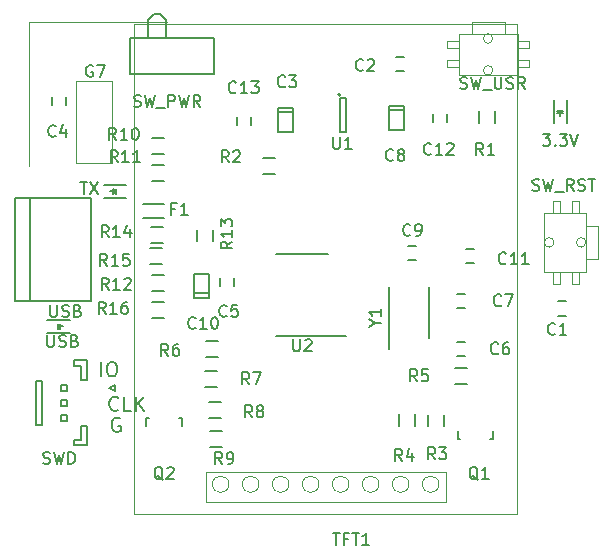
<source format=gbr>
G04 #@! TF.FileFunction,Legend,Top*
%FSLAX46Y46*%
G04 Gerber Fmt 4.6, Leading zero omitted, Abs format (unit mm)*
G04 Created by KiCad (PCBNEW 4.0.4-stable) date 10/24/16 21:05:07*
%MOMM*%
%LPD*%
G01*
G04 APERTURE LIST*
%ADD10C,0.100000*%
%ADD11C,0.200000*%
%ADD12C,0.150000*%
G04 APERTURE END LIST*
D10*
D11*
X89922428Y-108619857D02*
X89922428Y-107419857D01*
X90722429Y-107419857D02*
X90951000Y-107419857D01*
X91065286Y-107477000D01*
X91179572Y-107591286D01*
X91236714Y-107819857D01*
X91236714Y-108219857D01*
X91179572Y-108448429D01*
X91065286Y-108562714D01*
X90951000Y-108619857D01*
X90722429Y-108619857D01*
X90608143Y-108562714D01*
X90493857Y-108448429D01*
X90436714Y-108219857D01*
X90436714Y-107819857D01*
X90493857Y-107591286D01*
X90608143Y-107477000D01*
X90722429Y-107419857D01*
X91360715Y-111426571D02*
X91303572Y-111483714D01*
X91132143Y-111540857D01*
X91017857Y-111540857D01*
X90846429Y-111483714D01*
X90732143Y-111369429D01*
X90675000Y-111255143D01*
X90617857Y-111026571D01*
X90617857Y-110855143D01*
X90675000Y-110626571D01*
X90732143Y-110512286D01*
X90846429Y-110398000D01*
X91017857Y-110340857D01*
X91132143Y-110340857D01*
X91303572Y-110398000D01*
X91360715Y-110455143D01*
X92446429Y-111540857D02*
X91875000Y-111540857D01*
X91875000Y-110340857D01*
X92846429Y-111540857D02*
X92846429Y-110340857D01*
X93532144Y-111540857D02*
X93017858Y-110855143D01*
X93532144Y-110340857D02*
X92846429Y-111026571D01*
X91500286Y-112176000D02*
X91386000Y-112118857D01*
X91214571Y-112118857D01*
X91043143Y-112176000D01*
X90928857Y-112290286D01*
X90871714Y-112404571D01*
X90814571Y-112633143D01*
X90814571Y-112804571D01*
X90871714Y-113033143D01*
X90928857Y-113147429D01*
X91043143Y-113261714D01*
X91214571Y-113318857D01*
X91328857Y-113318857D01*
X91500286Y-113261714D01*
X91557429Y-113204571D01*
X91557429Y-112804571D01*
X91328857Y-112804571D01*
D10*
X98806000Y-116713000D02*
X119126000Y-116713000D01*
X98806000Y-119253000D02*
X98806000Y-116713000D01*
X119126000Y-119253000D02*
X98806000Y-119253000D01*
X119126000Y-116713000D02*
X119126000Y-119253000D01*
X92726000Y-120253000D02*
X125126000Y-120253000D01*
X92726000Y-78753000D02*
X92726000Y-120253000D01*
X100736000Y-117753000D02*
G75*
G03X100736000Y-117753000I-700000J0D01*
G01*
X105816000Y-117753000D02*
G75*
G03X105816000Y-117753000I-700000J0D01*
G01*
X108356000Y-117753000D02*
G75*
G03X108356000Y-117753000I-700000J0D01*
G01*
X110896000Y-117753000D02*
G75*
G03X110896000Y-117753000I-700000J0D01*
G01*
X113436000Y-117753000D02*
G75*
G03X113436000Y-117753000I-700000J0D01*
G01*
X125126000Y-78753000D02*
X92726000Y-78753000D01*
X103276000Y-117753000D02*
G75*
G03X103276000Y-117753000I-700000J0D01*
G01*
X125126000Y-120253000D02*
X125126000Y-78753000D01*
X118516000Y-117753000D02*
G75*
G03X118516000Y-117753000I-700000J0D01*
G01*
X115976000Y-117753000D02*
G75*
G03X115976000Y-117753000I-700000J0D01*
G01*
D12*
X84401000Y-108971000D02*
X84401000Y-112771000D01*
X84401000Y-112771000D02*
X84901000Y-112771000D01*
X84901000Y-112771000D02*
X84901000Y-108971000D01*
X84901000Y-108971000D02*
X84401000Y-108971000D01*
X87601000Y-107271000D02*
X88701000Y-107271000D01*
X88701000Y-107271000D02*
X88701000Y-108921000D01*
X88701000Y-108921000D02*
X88201000Y-108921000D01*
X88201000Y-108921000D02*
X88201000Y-107771000D01*
X88201000Y-107771000D02*
X87601000Y-107771000D01*
X87601000Y-107771000D02*
X87601000Y-107271000D01*
X87601000Y-114471000D02*
X88701000Y-114471000D01*
X88701000Y-114471000D02*
X88701000Y-112821000D01*
X88701000Y-112821000D02*
X88201000Y-112821000D01*
X88201000Y-112821000D02*
X88201000Y-113971000D01*
X88201000Y-113971000D02*
X87601000Y-113971000D01*
X87601000Y-113971000D02*
X87601000Y-114471000D01*
X90551000Y-109621000D02*
X91051000Y-109371000D01*
X91051000Y-109371000D02*
X91051000Y-109871000D01*
X91051000Y-109871000D02*
X90551000Y-109621000D01*
X87051000Y-109371000D02*
X86551000Y-109371000D01*
X86551000Y-109371000D02*
X86551000Y-109871000D01*
X86551000Y-109871000D02*
X87051000Y-109871000D01*
X87051000Y-109871000D02*
X87051000Y-109371000D01*
X87051000Y-110621000D02*
X86551000Y-110621000D01*
X86551000Y-110621000D02*
X86551000Y-111121000D01*
X86551000Y-111121000D02*
X87051000Y-111121000D01*
X87051000Y-111121000D02*
X87051000Y-110621000D01*
X87051000Y-111871000D02*
X86551000Y-111871000D01*
X86551000Y-111871000D02*
X86551000Y-112371000D01*
X86551000Y-112371000D02*
X87051000Y-112371000D01*
X87051000Y-112371000D02*
X87051000Y-111871000D01*
X128555000Y-102270000D02*
X129255000Y-102270000D01*
X129255000Y-103470000D02*
X128555000Y-103470000D01*
X114839000Y-81569000D02*
X115539000Y-81569000D01*
X115539000Y-82769000D02*
X114839000Y-82769000D01*
X104902000Y-86266020D02*
X106172000Y-86266020D01*
X104902000Y-87917020D02*
X106172000Y-87917020D01*
X106172000Y-87917020D02*
X106172000Y-85885020D01*
X106172000Y-85885020D02*
X104902000Y-85885020D01*
X104902000Y-85885020D02*
X104902000Y-87917020D01*
X86960000Y-84933000D02*
X86960000Y-85633000D01*
X85760000Y-85633000D02*
X85760000Y-84933000D01*
X99984000Y-101000000D02*
X99984000Y-100300000D01*
X101184000Y-100300000D02*
X101184000Y-101000000D01*
X120046000Y-105699000D02*
X120746000Y-105699000D01*
X120746000Y-106899000D02*
X120046000Y-106899000D01*
X120046000Y-101635000D02*
X120746000Y-101635000D01*
X120746000Y-102835000D02*
X120046000Y-102835000D01*
X114300000Y-86106000D02*
X115570000Y-86106000D01*
X114300000Y-87757000D02*
X115570000Y-87757000D01*
X115570000Y-87757000D02*
X115570000Y-85725000D01*
X115570000Y-85725000D02*
X114300000Y-85725000D01*
X114300000Y-85725000D02*
X114300000Y-87757000D01*
X115916000Y-97571000D02*
X116616000Y-97571000D01*
X116616000Y-98771000D02*
X115916000Y-98771000D01*
X99060000Y-101600000D02*
X97790000Y-101600000D01*
X99060000Y-99949000D02*
X97790000Y-99949000D01*
X97790000Y-99949000D02*
X97790000Y-101981000D01*
X97790000Y-101981000D02*
X99060000Y-101981000D01*
X99060000Y-101981000D02*
X99060000Y-99949000D01*
X120808000Y-97825000D02*
X121508000Y-97825000D01*
X121508000Y-99025000D02*
X120808000Y-99025000D01*
X119218000Y-86391000D02*
X119218000Y-87091000D01*
X118018000Y-87091000D02*
X118018000Y-86391000D01*
X102581000Y-86645000D02*
X102581000Y-87345000D01*
X101381000Y-87345000D02*
X101381000Y-86645000D01*
X128228000Y-85260000D02*
X128228000Y-87160000D01*
X129328000Y-85260000D02*
X129328000Y-87160000D01*
X128778000Y-86160000D02*
X128778000Y-86610000D01*
X129028000Y-86110000D02*
X128528000Y-86110000D01*
X128778000Y-86110000D02*
X129028000Y-86360000D01*
X129028000Y-86360000D02*
X128528000Y-86360000D01*
X128528000Y-86360000D02*
X128778000Y-86110000D01*
X92044700Y-92414000D02*
X90144700Y-92414000D01*
X92044700Y-93514000D02*
X90144700Y-93514000D01*
X91144700Y-92964000D02*
X90694700Y-92964000D01*
X91194700Y-93214000D02*
X91194700Y-92714000D01*
X91194700Y-92964000D02*
X90944700Y-93214000D01*
X90944700Y-93214000D02*
X90944700Y-92714000D01*
X90944700Y-92714000D02*
X91194700Y-92964000D01*
X85374300Y-104944000D02*
X87274300Y-104944000D01*
X85374300Y-103844000D02*
X87274300Y-103844000D01*
X86274300Y-104394000D02*
X86724300Y-104394000D01*
X86224300Y-104144000D02*
X86224300Y-104644000D01*
X86224300Y-104394000D02*
X86474300Y-104144000D01*
X86474300Y-104144000D02*
X86474300Y-104644000D01*
X86474300Y-104644000D02*
X86224300Y-104394000D01*
X95246000Y-94015000D02*
X93446000Y-94015000D01*
X95246000Y-95215000D02*
X93446000Y-95215000D01*
X82664000Y-93496000D02*
X82664000Y-102196000D01*
X89069000Y-93496000D02*
X89069000Y-102196000D01*
X89069000Y-102196000D02*
X82664000Y-102196000D01*
X83894000Y-102196000D02*
X83894000Y-93496000D01*
X82664000Y-93496000D02*
X89069000Y-93496000D01*
X123099820Y-113210340D02*
X123099820Y-113911380D01*
X123099820Y-113911380D02*
X122850900Y-113911380D01*
X120300840Y-113911380D02*
X120100180Y-113911380D01*
X120100180Y-113911380D02*
X120100180Y-113210340D01*
X93750180Y-112849660D02*
X93750180Y-112148620D01*
X93750180Y-112148620D02*
X93999100Y-112148620D01*
X96549160Y-112148620D02*
X96749820Y-112148620D01*
X96749820Y-112148620D02*
X96749820Y-112849660D01*
X123230000Y-86157000D02*
X123230000Y-87157000D01*
X121880000Y-87157000D02*
X121880000Y-86157000D01*
X104640000Y-91480000D02*
X103640000Y-91480000D01*
X103640000Y-90130000D02*
X104640000Y-90130000D01*
X117562000Y-112852000D02*
X117562000Y-111852000D01*
X118912000Y-111852000D02*
X118912000Y-112852000D01*
X115149000Y-112811000D02*
X115149000Y-111811000D01*
X116499000Y-111811000D02*
X116499000Y-112811000D01*
X120896000Y-109260000D02*
X119896000Y-109260000D01*
X119896000Y-107910000D02*
X120896000Y-107910000D01*
X99814000Y-106974000D02*
X98814000Y-106974000D01*
X98814000Y-105624000D02*
X99814000Y-105624000D01*
X99687000Y-109514000D02*
X98687000Y-109514000D01*
X98687000Y-108164000D02*
X99687000Y-108164000D01*
X99068000Y-110831000D02*
X100068000Y-110831000D01*
X100068000Y-112181000D02*
X99068000Y-112181000D01*
X100111000Y-114594000D02*
X99111000Y-114594000D01*
X99111000Y-113244000D02*
X100111000Y-113244000D01*
X95242000Y-89829000D02*
X94242000Y-89829000D01*
X94242000Y-88479000D02*
X95242000Y-88479000D01*
X95242000Y-92115000D02*
X94242000Y-92115000D01*
X94242000Y-90765000D02*
X95242000Y-90765000D01*
X95242000Y-101386000D02*
X94242000Y-101386000D01*
X94242000Y-100036000D02*
X95242000Y-100036000D01*
X99354000Y-96190000D02*
X99354000Y-97190000D01*
X98004000Y-97190000D02*
X98004000Y-96190000D01*
X95158000Y-97322000D02*
X94158000Y-97322000D01*
X94158000Y-95972000D02*
X95158000Y-95972000D01*
X95072000Y-99100000D02*
X94072000Y-99100000D01*
X94072000Y-97750000D02*
X95072000Y-97750000D01*
X94199000Y-102322000D02*
X95199000Y-102322000D01*
X95199000Y-103672000D02*
X94199000Y-103672000D01*
X95377000Y-80010000D02*
X95377000Y-78486000D01*
X95377000Y-78486000D02*
X94869000Y-77978000D01*
X94869000Y-77978000D02*
X94361000Y-77978000D01*
X94361000Y-77978000D02*
X93853000Y-78486000D01*
X93853000Y-78486000D02*
X93853000Y-80010000D01*
X99441000Y-83058000D02*
X92329000Y-83058000D01*
X92329000Y-83058000D02*
X92329000Y-80010000D01*
X92329000Y-80010000D02*
X99441000Y-80010000D01*
X99441000Y-80010000D02*
X99441000Y-83058000D01*
D10*
X131953000Y-98679000D02*
X131953000Y-95879000D01*
X128253000Y-97279000D02*
G75*
G03X128253000Y-97279000I-400000J0D01*
G01*
X127453000Y-94779000D02*
X127453000Y-99779000D01*
X130953000Y-95879000D02*
X130953000Y-98679000D01*
X130953000Y-97279000D02*
G75*
G03X130953000Y-97279000I-400000J0D01*
G01*
X130353000Y-94779000D02*
X130353000Y-93779000D01*
X128753000Y-93779000D02*
X128153000Y-93779000D01*
X130353000Y-100779000D02*
X129753000Y-100779000D01*
X128153000Y-100779000D02*
X128153000Y-99779000D01*
X129753000Y-100779000D02*
X129753000Y-99779000D01*
X128153000Y-99779000D02*
X128753000Y-99779000D01*
X128753000Y-99779000D02*
X128753000Y-100779000D01*
X129753000Y-94779000D02*
X130353000Y-94779000D01*
X130953000Y-99779000D02*
X130953000Y-94779000D01*
X127453000Y-99779000D02*
X130953000Y-99779000D01*
X129753000Y-99779000D02*
X130353000Y-99779000D01*
X131953000Y-95879000D02*
X130953000Y-95879000D01*
X129753000Y-93779000D02*
X129753000Y-94779000D01*
X128153000Y-94779000D02*
X128753000Y-94779000D01*
X130353000Y-99779000D02*
X130353000Y-100779000D01*
X128753000Y-100779000D02*
X128153000Y-100779000D01*
X130953000Y-94779000D02*
X127453000Y-94779000D01*
X130353000Y-93779000D02*
X129753000Y-93779000D01*
X128153000Y-93779000D02*
X128153000Y-94779000D01*
X130953000Y-98679000D02*
X131953000Y-98679000D01*
X128753000Y-94779000D02*
X128753000Y-93779000D01*
X124079000Y-78613000D02*
X121279000Y-78613000D01*
X123079000Y-82713000D02*
G75*
G03X123079000Y-82713000I-400000J0D01*
G01*
X120179000Y-83113000D02*
X125179000Y-83113000D01*
X121279000Y-79613000D02*
X124079000Y-79613000D01*
X123079000Y-80013000D02*
G75*
G03X123079000Y-80013000I-400000J0D01*
G01*
X120179000Y-80213000D02*
X119179000Y-80213000D01*
X119179000Y-81813000D02*
X119179000Y-82413000D01*
X126179000Y-80213000D02*
X126179000Y-80813000D01*
X126179000Y-82413000D02*
X125179000Y-82413000D01*
X126179000Y-80813000D02*
X125179000Y-80813000D01*
X125179000Y-82413000D02*
X125179000Y-81813000D01*
X125179000Y-81813000D02*
X126179000Y-81813000D01*
X120179000Y-80813000D02*
X120179000Y-80213000D01*
X125179000Y-79613000D02*
X120179000Y-79613000D01*
X125179000Y-83113000D02*
X125179000Y-79613000D01*
X125179000Y-80813000D02*
X125179000Y-80213000D01*
X121279000Y-78613000D02*
X121279000Y-79613000D01*
X119179000Y-80813000D02*
X120179000Y-80813000D01*
X120179000Y-82413000D02*
X120179000Y-81813000D01*
X125179000Y-80213000D02*
X126179000Y-80213000D01*
X126179000Y-81813000D02*
X126179000Y-82413000D01*
X120179000Y-79613000D02*
X120179000Y-83113000D01*
X119179000Y-80213000D02*
X119179000Y-80813000D01*
X119179000Y-82413000D02*
X120179000Y-82413000D01*
X124079000Y-79613000D02*
X124079000Y-78613000D01*
X120179000Y-81813000D02*
X119179000Y-81813000D01*
D12*
X110163000Y-84787000D02*
G75*
G03X110163000Y-84787000I-100000J0D01*
G01*
X110613000Y-85037000D02*
X110113000Y-85037000D01*
X110613000Y-87937000D02*
X110613000Y-85037000D01*
X110113000Y-87937000D02*
X110613000Y-87937000D01*
X110113000Y-85037000D02*
X110113000Y-87937000D01*
X109159000Y-98277000D02*
X104709000Y-98277000D01*
X110684000Y-105177000D02*
X104709000Y-105177000D01*
X117651000Y-101032000D02*
X117651000Y-105332000D01*
X114251000Y-106282000D02*
X114251000Y-101032000D01*
D10*
X90820000Y-90596000D02*
X87820000Y-90596000D01*
X87820000Y-83596000D02*
X90820000Y-83596000D01*
X90820000Y-83596000D02*
X90820000Y-90596000D01*
X87820000Y-90596000D02*
X87820000Y-83596000D01*
X83820000Y-90805000D02*
X83820000Y-78596000D01*
X95453200Y-78587600D02*
X83820000Y-78596000D01*
D12*
X109553571Y-121880381D02*
X110125000Y-121880381D01*
X109839285Y-122880381D02*
X109839285Y-121880381D01*
X110791667Y-122356571D02*
X110458333Y-122356571D01*
X110458333Y-122880381D02*
X110458333Y-121880381D01*
X110934524Y-121880381D01*
X111172619Y-121880381D02*
X111744048Y-121880381D01*
X111458333Y-122880381D02*
X111458333Y-121880381D01*
X112601191Y-122880381D02*
X112029762Y-122880381D01*
X112315476Y-122880381D02*
X112315476Y-121880381D01*
X112220238Y-122023238D01*
X112125000Y-122118476D01*
X112029762Y-122166095D01*
X85002857Y-115974762D02*
X85145714Y-116022381D01*
X85383810Y-116022381D01*
X85479048Y-115974762D01*
X85526667Y-115927143D01*
X85574286Y-115831905D01*
X85574286Y-115736667D01*
X85526667Y-115641429D01*
X85479048Y-115593810D01*
X85383810Y-115546190D01*
X85193333Y-115498571D01*
X85098095Y-115450952D01*
X85050476Y-115403333D01*
X85002857Y-115308095D01*
X85002857Y-115212857D01*
X85050476Y-115117619D01*
X85098095Y-115070000D01*
X85193333Y-115022381D01*
X85431429Y-115022381D01*
X85574286Y-115070000D01*
X85907619Y-115022381D02*
X86145714Y-116022381D01*
X86336191Y-115308095D01*
X86526667Y-116022381D01*
X86764762Y-115022381D01*
X87145714Y-116022381D02*
X87145714Y-115022381D01*
X87383809Y-115022381D01*
X87526667Y-115070000D01*
X87621905Y-115165238D01*
X87669524Y-115260476D01*
X87717143Y-115450952D01*
X87717143Y-115593810D01*
X87669524Y-115784286D01*
X87621905Y-115879524D01*
X87526667Y-115974762D01*
X87383809Y-116022381D01*
X87145714Y-116022381D01*
X128357334Y-105005143D02*
X128309715Y-105052762D01*
X128166858Y-105100381D01*
X128071620Y-105100381D01*
X127928762Y-105052762D01*
X127833524Y-104957524D01*
X127785905Y-104862286D01*
X127738286Y-104671810D01*
X127738286Y-104528952D01*
X127785905Y-104338476D01*
X127833524Y-104243238D01*
X127928762Y-104148000D01*
X128071620Y-104100381D01*
X128166858Y-104100381D01*
X128309715Y-104148000D01*
X128357334Y-104195619D01*
X129309715Y-105100381D02*
X128738286Y-105100381D01*
X129024000Y-105100381D02*
X129024000Y-104100381D01*
X128928762Y-104243238D01*
X128833524Y-104338476D01*
X128738286Y-104386095D01*
X112101334Y-82653143D02*
X112053715Y-82700762D01*
X111910858Y-82748381D01*
X111815620Y-82748381D01*
X111672762Y-82700762D01*
X111577524Y-82605524D01*
X111529905Y-82510286D01*
X111482286Y-82319810D01*
X111482286Y-82176952D01*
X111529905Y-81986476D01*
X111577524Y-81891238D01*
X111672762Y-81796000D01*
X111815620Y-81748381D01*
X111910858Y-81748381D01*
X112053715Y-81796000D01*
X112101334Y-81843619D01*
X112482286Y-81843619D02*
X112529905Y-81796000D01*
X112625143Y-81748381D01*
X112863239Y-81748381D01*
X112958477Y-81796000D01*
X113006096Y-81843619D01*
X113053715Y-81938857D01*
X113053715Y-82034095D01*
X113006096Y-82176952D01*
X112434667Y-82748381D01*
X113053715Y-82748381D01*
X105497334Y-84050143D02*
X105449715Y-84097762D01*
X105306858Y-84145381D01*
X105211620Y-84145381D01*
X105068762Y-84097762D01*
X104973524Y-84002524D01*
X104925905Y-83907286D01*
X104878286Y-83716810D01*
X104878286Y-83573952D01*
X104925905Y-83383476D01*
X104973524Y-83288238D01*
X105068762Y-83193000D01*
X105211620Y-83145381D01*
X105306858Y-83145381D01*
X105449715Y-83193000D01*
X105497334Y-83240619D01*
X105830667Y-83145381D02*
X106449715Y-83145381D01*
X106116381Y-83526333D01*
X106259239Y-83526333D01*
X106354477Y-83573952D01*
X106402096Y-83621571D01*
X106449715Y-83716810D01*
X106449715Y-83954905D01*
X106402096Y-84050143D01*
X106354477Y-84097762D01*
X106259239Y-84145381D01*
X105973524Y-84145381D01*
X105878286Y-84097762D01*
X105830667Y-84050143D01*
X86066334Y-88241143D02*
X86018715Y-88288762D01*
X85875858Y-88336381D01*
X85780620Y-88336381D01*
X85637762Y-88288762D01*
X85542524Y-88193524D01*
X85494905Y-88098286D01*
X85447286Y-87907810D01*
X85447286Y-87764952D01*
X85494905Y-87574476D01*
X85542524Y-87479238D01*
X85637762Y-87384000D01*
X85780620Y-87336381D01*
X85875858Y-87336381D01*
X86018715Y-87384000D01*
X86066334Y-87431619D01*
X86923477Y-87669714D02*
X86923477Y-88336381D01*
X86685381Y-87288762D02*
X86447286Y-88003048D01*
X87066334Y-88003048D01*
X100544334Y-103481143D02*
X100496715Y-103528762D01*
X100353858Y-103576381D01*
X100258620Y-103576381D01*
X100115762Y-103528762D01*
X100020524Y-103433524D01*
X99972905Y-103338286D01*
X99925286Y-103147810D01*
X99925286Y-103004952D01*
X99972905Y-102814476D01*
X100020524Y-102719238D01*
X100115762Y-102624000D01*
X100258620Y-102576381D01*
X100353858Y-102576381D01*
X100496715Y-102624000D01*
X100544334Y-102671619D01*
X101449096Y-102576381D02*
X100972905Y-102576381D01*
X100925286Y-103052571D01*
X100972905Y-103004952D01*
X101068143Y-102957333D01*
X101306239Y-102957333D01*
X101401477Y-103004952D01*
X101449096Y-103052571D01*
X101496715Y-103147810D01*
X101496715Y-103385905D01*
X101449096Y-103481143D01*
X101401477Y-103528762D01*
X101306239Y-103576381D01*
X101068143Y-103576381D01*
X100972905Y-103528762D01*
X100925286Y-103481143D01*
X123531334Y-106656143D02*
X123483715Y-106703762D01*
X123340858Y-106751381D01*
X123245620Y-106751381D01*
X123102762Y-106703762D01*
X123007524Y-106608524D01*
X122959905Y-106513286D01*
X122912286Y-106322810D01*
X122912286Y-106179952D01*
X122959905Y-105989476D01*
X123007524Y-105894238D01*
X123102762Y-105799000D01*
X123245620Y-105751381D01*
X123340858Y-105751381D01*
X123483715Y-105799000D01*
X123531334Y-105846619D01*
X124388477Y-105751381D02*
X124198000Y-105751381D01*
X124102762Y-105799000D01*
X124055143Y-105846619D01*
X123959905Y-105989476D01*
X123912286Y-106179952D01*
X123912286Y-106560905D01*
X123959905Y-106656143D01*
X124007524Y-106703762D01*
X124102762Y-106751381D01*
X124293239Y-106751381D01*
X124388477Y-106703762D01*
X124436096Y-106656143D01*
X124483715Y-106560905D01*
X124483715Y-106322810D01*
X124436096Y-106227571D01*
X124388477Y-106179952D01*
X124293239Y-106132333D01*
X124102762Y-106132333D01*
X124007524Y-106179952D01*
X123959905Y-106227571D01*
X123912286Y-106322810D01*
X123785334Y-102592143D02*
X123737715Y-102639762D01*
X123594858Y-102687381D01*
X123499620Y-102687381D01*
X123356762Y-102639762D01*
X123261524Y-102544524D01*
X123213905Y-102449286D01*
X123166286Y-102258810D01*
X123166286Y-102115952D01*
X123213905Y-101925476D01*
X123261524Y-101830238D01*
X123356762Y-101735000D01*
X123499620Y-101687381D01*
X123594858Y-101687381D01*
X123737715Y-101735000D01*
X123785334Y-101782619D01*
X124118667Y-101687381D02*
X124785334Y-101687381D01*
X124356762Y-102687381D01*
X114641334Y-90273143D02*
X114593715Y-90320762D01*
X114450858Y-90368381D01*
X114355620Y-90368381D01*
X114212762Y-90320762D01*
X114117524Y-90225524D01*
X114069905Y-90130286D01*
X114022286Y-89939810D01*
X114022286Y-89796952D01*
X114069905Y-89606476D01*
X114117524Y-89511238D01*
X114212762Y-89416000D01*
X114355620Y-89368381D01*
X114450858Y-89368381D01*
X114593715Y-89416000D01*
X114641334Y-89463619D01*
X115212762Y-89796952D02*
X115117524Y-89749333D01*
X115069905Y-89701714D01*
X115022286Y-89606476D01*
X115022286Y-89558857D01*
X115069905Y-89463619D01*
X115117524Y-89416000D01*
X115212762Y-89368381D01*
X115403239Y-89368381D01*
X115498477Y-89416000D01*
X115546096Y-89463619D01*
X115593715Y-89558857D01*
X115593715Y-89606476D01*
X115546096Y-89701714D01*
X115498477Y-89749333D01*
X115403239Y-89796952D01*
X115212762Y-89796952D01*
X115117524Y-89844571D01*
X115069905Y-89892190D01*
X115022286Y-89987429D01*
X115022286Y-90177905D01*
X115069905Y-90273143D01*
X115117524Y-90320762D01*
X115212762Y-90368381D01*
X115403239Y-90368381D01*
X115498477Y-90320762D01*
X115546096Y-90273143D01*
X115593715Y-90177905D01*
X115593715Y-89987429D01*
X115546096Y-89892190D01*
X115498477Y-89844571D01*
X115403239Y-89796952D01*
X116099334Y-96628143D02*
X116051715Y-96675762D01*
X115908858Y-96723381D01*
X115813620Y-96723381D01*
X115670762Y-96675762D01*
X115575524Y-96580524D01*
X115527905Y-96485286D01*
X115480286Y-96294810D01*
X115480286Y-96151952D01*
X115527905Y-95961476D01*
X115575524Y-95866238D01*
X115670762Y-95771000D01*
X115813620Y-95723381D01*
X115908858Y-95723381D01*
X116051715Y-95771000D01*
X116099334Y-95818619D01*
X116575524Y-96723381D02*
X116766000Y-96723381D01*
X116861239Y-96675762D01*
X116908858Y-96628143D01*
X117004096Y-96485286D01*
X117051715Y-96294810D01*
X117051715Y-95913857D01*
X117004096Y-95818619D01*
X116956477Y-95771000D01*
X116861239Y-95723381D01*
X116670762Y-95723381D01*
X116575524Y-95771000D01*
X116527905Y-95818619D01*
X116480286Y-95913857D01*
X116480286Y-96151952D01*
X116527905Y-96247190D01*
X116575524Y-96294810D01*
X116670762Y-96342429D01*
X116861239Y-96342429D01*
X116956477Y-96294810D01*
X117004096Y-96247190D01*
X117051715Y-96151952D01*
X97909143Y-104497143D02*
X97861524Y-104544762D01*
X97718667Y-104592381D01*
X97623429Y-104592381D01*
X97480571Y-104544762D01*
X97385333Y-104449524D01*
X97337714Y-104354286D01*
X97290095Y-104163810D01*
X97290095Y-104020952D01*
X97337714Y-103830476D01*
X97385333Y-103735238D01*
X97480571Y-103640000D01*
X97623429Y-103592381D01*
X97718667Y-103592381D01*
X97861524Y-103640000D01*
X97909143Y-103687619D01*
X98861524Y-104592381D02*
X98290095Y-104592381D01*
X98575809Y-104592381D02*
X98575809Y-103592381D01*
X98480571Y-103735238D01*
X98385333Y-103830476D01*
X98290095Y-103878095D01*
X99480571Y-103592381D02*
X99575810Y-103592381D01*
X99671048Y-103640000D01*
X99718667Y-103687619D01*
X99766286Y-103782857D01*
X99813905Y-103973333D01*
X99813905Y-104211429D01*
X99766286Y-104401905D01*
X99718667Y-104497143D01*
X99671048Y-104544762D01*
X99575810Y-104592381D01*
X99480571Y-104592381D01*
X99385333Y-104544762D01*
X99337714Y-104497143D01*
X99290095Y-104401905D01*
X99242476Y-104211429D01*
X99242476Y-103973333D01*
X99290095Y-103782857D01*
X99337714Y-103687619D01*
X99385333Y-103640000D01*
X99480571Y-103592381D01*
X124198143Y-99036143D02*
X124150524Y-99083762D01*
X124007667Y-99131381D01*
X123912429Y-99131381D01*
X123769571Y-99083762D01*
X123674333Y-98988524D01*
X123626714Y-98893286D01*
X123579095Y-98702810D01*
X123579095Y-98559952D01*
X123626714Y-98369476D01*
X123674333Y-98274238D01*
X123769571Y-98179000D01*
X123912429Y-98131381D01*
X124007667Y-98131381D01*
X124150524Y-98179000D01*
X124198143Y-98226619D01*
X125150524Y-99131381D02*
X124579095Y-99131381D01*
X124864809Y-99131381D02*
X124864809Y-98131381D01*
X124769571Y-98274238D01*
X124674333Y-98369476D01*
X124579095Y-98417095D01*
X126102905Y-99131381D02*
X125531476Y-99131381D01*
X125817190Y-99131381D02*
X125817190Y-98131381D01*
X125721952Y-98274238D01*
X125626714Y-98369476D01*
X125531476Y-98417095D01*
X117848143Y-89765143D02*
X117800524Y-89812762D01*
X117657667Y-89860381D01*
X117562429Y-89860381D01*
X117419571Y-89812762D01*
X117324333Y-89717524D01*
X117276714Y-89622286D01*
X117229095Y-89431810D01*
X117229095Y-89288952D01*
X117276714Y-89098476D01*
X117324333Y-89003238D01*
X117419571Y-88908000D01*
X117562429Y-88860381D01*
X117657667Y-88860381D01*
X117800524Y-88908000D01*
X117848143Y-88955619D01*
X118800524Y-89860381D02*
X118229095Y-89860381D01*
X118514809Y-89860381D02*
X118514809Y-88860381D01*
X118419571Y-89003238D01*
X118324333Y-89098476D01*
X118229095Y-89146095D01*
X119181476Y-88955619D02*
X119229095Y-88908000D01*
X119324333Y-88860381D01*
X119562429Y-88860381D01*
X119657667Y-88908000D01*
X119705286Y-88955619D01*
X119752905Y-89050857D01*
X119752905Y-89146095D01*
X119705286Y-89288952D01*
X119133857Y-89860381D01*
X119752905Y-89860381D01*
X101338143Y-84558143D02*
X101290524Y-84605762D01*
X101147667Y-84653381D01*
X101052429Y-84653381D01*
X100909571Y-84605762D01*
X100814333Y-84510524D01*
X100766714Y-84415286D01*
X100719095Y-84224810D01*
X100719095Y-84081952D01*
X100766714Y-83891476D01*
X100814333Y-83796238D01*
X100909571Y-83701000D01*
X101052429Y-83653381D01*
X101147667Y-83653381D01*
X101290524Y-83701000D01*
X101338143Y-83748619D01*
X102290524Y-84653381D02*
X101719095Y-84653381D01*
X102004809Y-84653381D02*
X102004809Y-83653381D01*
X101909571Y-83796238D01*
X101814333Y-83891476D01*
X101719095Y-83939095D01*
X102623857Y-83653381D02*
X103242905Y-83653381D01*
X102909571Y-84034333D01*
X103052429Y-84034333D01*
X103147667Y-84081952D01*
X103195286Y-84129571D01*
X103242905Y-84224810D01*
X103242905Y-84462905D01*
X103195286Y-84558143D01*
X103147667Y-84605762D01*
X103052429Y-84653381D01*
X102766714Y-84653381D01*
X102671476Y-84605762D01*
X102623857Y-84558143D01*
X127301810Y-88098381D02*
X127920858Y-88098381D01*
X127587524Y-88479333D01*
X127730382Y-88479333D01*
X127825620Y-88526952D01*
X127873239Y-88574571D01*
X127920858Y-88669810D01*
X127920858Y-88907905D01*
X127873239Y-89003143D01*
X127825620Y-89050762D01*
X127730382Y-89098381D01*
X127444667Y-89098381D01*
X127349429Y-89050762D01*
X127301810Y-89003143D01*
X128349429Y-89003143D02*
X128397048Y-89050762D01*
X128349429Y-89098381D01*
X128301810Y-89050762D01*
X128349429Y-89003143D01*
X128349429Y-89098381D01*
X128730381Y-88098381D02*
X129349429Y-88098381D01*
X129016095Y-88479333D01*
X129158953Y-88479333D01*
X129254191Y-88526952D01*
X129301810Y-88574571D01*
X129349429Y-88669810D01*
X129349429Y-88907905D01*
X129301810Y-89003143D01*
X129254191Y-89050762D01*
X129158953Y-89098381D01*
X128873238Y-89098381D01*
X128778000Y-89050762D01*
X128730381Y-89003143D01*
X129635143Y-88098381D02*
X129968476Y-89098381D01*
X130301810Y-88098381D01*
X88138095Y-92162381D02*
X88709524Y-92162381D01*
X88423809Y-93162381D02*
X88423809Y-92162381D01*
X88947619Y-92162381D02*
X89614286Y-93162381D01*
X89614286Y-92162381D02*
X88947619Y-93162381D01*
X85352095Y-105116381D02*
X85352095Y-105925905D01*
X85399714Y-106021143D01*
X85447333Y-106068762D01*
X85542571Y-106116381D01*
X85733048Y-106116381D01*
X85828286Y-106068762D01*
X85875905Y-106021143D01*
X85923524Y-105925905D01*
X85923524Y-105116381D01*
X86352095Y-106068762D02*
X86494952Y-106116381D01*
X86733048Y-106116381D01*
X86828286Y-106068762D01*
X86875905Y-106021143D01*
X86923524Y-105925905D01*
X86923524Y-105830667D01*
X86875905Y-105735429D01*
X86828286Y-105687810D01*
X86733048Y-105640190D01*
X86542571Y-105592571D01*
X86447333Y-105544952D01*
X86399714Y-105497333D01*
X86352095Y-105402095D01*
X86352095Y-105306857D01*
X86399714Y-105211619D01*
X86447333Y-105164000D01*
X86542571Y-105116381D01*
X86780667Y-105116381D01*
X86923524Y-105164000D01*
X87685429Y-105592571D02*
X87828286Y-105640190D01*
X87875905Y-105687810D01*
X87923524Y-105783048D01*
X87923524Y-105925905D01*
X87875905Y-106021143D01*
X87828286Y-106068762D01*
X87733048Y-106116381D01*
X87352095Y-106116381D01*
X87352095Y-105116381D01*
X87685429Y-105116381D01*
X87780667Y-105164000D01*
X87828286Y-105211619D01*
X87875905Y-105306857D01*
X87875905Y-105402095D01*
X87828286Y-105497333D01*
X87780667Y-105544952D01*
X87685429Y-105592571D01*
X87352095Y-105592571D01*
X96186667Y-94416571D02*
X95853333Y-94416571D01*
X95853333Y-94940381D02*
X95853333Y-93940381D01*
X96329524Y-93940381D01*
X97234286Y-94940381D02*
X96662857Y-94940381D01*
X96948571Y-94940381D02*
X96948571Y-93940381D01*
X96853333Y-94083238D01*
X96758095Y-94178476D01*
X96662857Y-94226095D01*
X85606095Y-102576381D02*
X85606095Y-103385905D01*
X85653714Y-103481143D01*
X85701333Y-103528762D01*
X85796571Y-103576381D01*
X85987048Y-103576381D01*
X86082286Y-103528762D01*
X86129905Y-103481143D01*
X86177524Y-103385905D01*
X86177524Y-102576381D01*
X86606095Y-103528762D02*
X86748952Y-103576381D01*
X86987048Y-103576381D01*
X87082286Y-103528762D01*
X87129905Y-103481143D01*
X87177524Y-103385905D01*
X87177524Y-103290667D01*
X87129905Y-103195429D01*
X87082286Y-103147810D01*
X86987048Y-103100190D01*
X86796571Y-103052571D01*
X86701333Y-103004952D01*
X86653714Y-102957333D01*
X86606095Y-102862095D01*
X86606095Y-102766857D01*
X86653714Y-102671619D01*
X86701333Y-102624000D01*
X86796571Y-102576381D01*
X87034667Y-102576381D01*
X87177524Y-102624000D01*
X87939429Y-103052571D02*
X88082286Y-103100190D01*
X88129905Y-103147810D01*
X88177524Y-103243048D01*
X88177524Y-103385905D01*
X88129905Y-103481143D01*
X88082286Y-103528762D01*
X87987048Y-103576381D01*
X87606095Y-103576381D01*
X87606095Y-102576381D01*
X87939429Y-102576381D01*
X88034667Y-102624000D01*
X88082286Y-102671619D01*
X88129905Y-102766857D01*
X88129905Y-102862095D01*
X88082286Y-102957333D01*
X88034667Y-103004952D01*
X87939429Y-103052571D01*
X87606095Y-103052571D01*
X121824762Y-117387619D02*
X121729524Y-117340000D01*
X121634286Y-117244762D01*
X121491429Y-117101905D01*
X121396190Y-117054286D01*
X121300952Y-117054286D01*
X121348571Y-117292381D02*
X121253333Y-117244762D01*
X121158095Y-117149524D01*
X121110476Y-116959048D01*
X121110476Y-116625714D01*
X121158095Y-116435238D01*
X121253333Y-116340000D01*
X121348571Y-116292381D01*
X121539048Y-116292381D01*
X121634286Y-116340000D01*
X121729524Y-116435238D01*
X121777143Y-116625714D01*
X121777143Y-116959048D01*
X121729524Y-117149524D01*
X121634286Y-117244762D01*
X121539048Y-117292381D01*
X121348571Y-117292381D01*
X122729524Y-117292381D02*
X122158095Y-117292381D01*
X122443809Y-117292381D02*
X122443809Y-116292381D01*
X122348571Y-116435238D01*
X122253333Y-116530476D01*
X122158095Y-116578095D01*
X95154762Y-117387619D02*
X95059524Y-117340000D01*
X94964286Y-117244762D01*
X94821429Y-117101905D01*
X94726190Y-117054286D01*
X94630952Y-117054286D01*
X94678571Y-117292381D02*
X94583333Y-117244762D01*
X94488095Y-117149524D01*
X94440476Y-116959048D01*
X94440476Y-116625714D01*
X94488095Y-116435238D01*
X94583333Y-116340000D01*
X94678571Y-116292381D01*
X94869048Y-116292381D01*
X94964286Y-116340000D01*
X95059524Y-116435238D01*
X95107143Y-116625714D01*
X95107143Y-116959048D01*
X95059524Y-117149524D01*
X94964286Y-117244762D01*
X94869048Y-117292381D01*
X94678571Y-117292381D01*
X95488095Y-116387619D02*
X95535714Y-116340000D01*
X95630952Y-116292381D01*
X95869048Y-116292381D01*
X95964286Y-116340000D01*
X96011905Y-116387619D01*
X96059524Y-116482857D01*
X96059524Y-116578095D01*
X96011905Y-116720952D01*
X95440476Y-117292381D01*
X96059524Y-117292381D01*
X122261334Y-89860381D02*
X121928000Y-89384190D01*
X121689905Y-89860381D02*
X121689905Y-88860381D01*
X122070858Y-88860381D01*
X122166096Y-88908000D01*
X122213715Y-88955619D01*
X122261334Y-89050857D01*
X122261334Y-89193714D01*
X122213715Y-89288952D01*
X122166096Y-89336571D01*
X122070858Y-89384190D01*
X121689905Y-89384190D01*
X123213715Y-89860381D02*
X122642286Y-89860381D01*
X122928000Y-89860381D02*
X122928000Y-88860381D01*
X122832762Y-89003238D01*
X122737524Y-89098476D01*
X122642286Y-89146095D01*
X100714334Y-90495381D02*
X100381000Y-90019190D01*
X100142905Y-90495381D02*
X100142905Y-89495381D01*
X100523858Y-89495381D01*
X100619096Y-89543000D01*
X100666715Y-89590619D01*
X100714334Y-89685857D01*
X100714334Y-89828714D01*
X100666715Y-89923952D01*
X100619096Y-89971571D01*
X100523858Y-90019190D01*
X100142905Y-90019190D01*
X101095286Y-89590619D02*
X101142905Y-89543000D01*
X101238143Y-89495381D01*
X101476239Y-89495381D01*
X101571477Y-89543000D01*
X101619096Y-89590619D01*
X101666715Y-89685857D01*
X101666715Y-89781095D01*
X101619096Y-89923952D01*
X101047667Y-90495381D01*
X101666715Y-90495381D01*
X118197334Y-115641381D02*
X117864000Y-115165190D01*
X117625905Y-115641381D02*
X117625905Y-114641381D01*
X118006858Y-114641381D01*
X118102096Y-114689000D01*
X118149715Y-114736619D01*
X118197334Y-114831857D01*
X118197334Y-114974714D01*
X118149715Y-115069952D01*
X118102096Y-115117571D01*
X118006858Y-115165190D01*
X117625905Y-115165190D01*
X118530667Y-114641381D02*
X119149715Y-114641381D01*
X118816381Y-115022333D01*
X118959239Y-115022333D01*
X119054477Y-115069952D01*
X119102096Y-115117571D01*
X119149715Y-115212810D01*
X119149715Y-115450905D01*
X119102096Y-115546143D01*
X119054477Y-115593762D01*
X118959239Y-115641381D01*
X118673524Y-115641381D01*
X118578286Y-115593762D01*
X118530667Y-115546143D01*
X115403334Y-115768381D02*
X115070000Y-115292190D01*
X114831905Y-115768381D02*
X114831905Y-114768381D01*
X115212858Y-114768381D01*
X115308096Y-114816000D01*
X115355715Y-114863619D01*
X115403334Y-114958857D01*
X115403334Y-115101714D01*
X115355715Y-115196952D01*
X115308096Y-115244571D01*
X115212858Y-115292190D01*
X114831905Y-115292190D01*
X116260477Y-115101714D02*
X116260477Y-115768381D01*
X116022381Y-114720762D02*
X115784286Y-115435048D01*
X116403334Y-115435048D01*
X116673334Y-109037381D02*
X116340000Y-108561190D01*
X116101905Y-109037381D02*
X116101905Y-108037381D01*
X116482858Y-108037381D01*
X116578096Y-108085000D01*
X116625715Y-108132619D01*
X116673334Y-108227857D01*
X116673334Y-108370714D01*
X116625715Y-108465952D01*
X116578096Y-108513571D01*
X116482858Y-108561190D01*
X116101905Y-108561190D01*
X117578096Y-108037381D02*
X117101905Y-108037381D01*
X117054286Y-108513571D01*
X117101905Y-108465952D01*
X117197143Y-108418333D01*
X117435239Y-108418333D01*
X117530477Y-108465952D01*
X117578096Y-108513571D01*
X117625715Y-108608810D01*
X117625715Y-108846905D01*
X117578096Y-108942143D01*
X117530477Y-108989762D01*
X117435239Y-109037381D01*
X117197143Y-109037381D01*
X117101905Y-108989762D01*
X117054286Y-108942143D01*
X95591334Y-106878381D02*
X95258000Y-106402190D01*
X95019905Y-106878381D02*
X95019905Y-105878381D01*
X95400858Y-105878381D01*
X95496096Y-105926000D01*
X95543715Y-105973619D01*
X95591334Y-106068857D01*
X95591334Y-106211714D01*
X95543715Y-106306952D01*
X95496096Y-106354571D01*
X95400858Y-106402190D01*
X95019905Y-106402190D01*
X96448477Y-105878381D02*
X96258000Y-105878381D01*
X96162762Y-105926000D01*
X96115143Y-105973619D01*
X96019905Y-106116476D01*
X95972286Y-106306952D01*
X95972286Y-106687905D01*
X96019905Y-106783143D01*
X96067524Y-106830762D01*
X96162762Y-106878381D01*
X96353239Y-106878381D01*
X96448477Y-106830762D01*
X96496096Y-106783143D01*
X96543715Y-106687905D01*
X96543715Y-106449810D01*
X96496096Y-106354571D01*
X96448477Y-106306952D01*
X96353239Y-106259333D01*
X96162762Y-106259333D01*
X96067524Y-106306952D01*
X96019905Y-106354571D01*
X95972286Y-106449810D01*
X102449334Y-109291381D02*
X102116000Y-108815190D01*
X101877905Y-109291381D02*
X101877905Y-108291381D01*
X102258858Y-108291381D01*
X102354096Y-108339000D01*
X102401715Y-108386619D01*
X102449334Y-108481857D01*
X102449334Y-108624714D01*
X102401715Y-108719952D01*
X102354096Y-108767571D01*
X102258858Y-108815190D01*
X101877905Y-108815190D01*
X102782667Y-108291381D02*
X103449334Y-108291381D01*
X103020762Y-109291381D01*
X102703334Y-112085381D02*
X102370000Y-111609190D01*
X102131905Y-112085381D02*
X102131905Y-111085381D01*
X102512858Y-111085381D01*
X102608096Y-111133000D01*
X102655715Y-111180619D01*
X102703334Y-111275857D01*
X102703334Y-111418714D01*
X102655715Y-111513952D01*
X102608096Y-111561571D01*
X102512858Y-111609190D01*
X102131905Y-111609190D01*
X103274762Y-111513952D02*
X103179524Y-111466333D01*
X103131905Y-111418714D01*
X103084286Y-111323476D01*
X103084286Y-111275857D01*
X103131905Y-111180619D01*
X103179524Y-111133000D01*
X103274762Y-111085381D01*
X103465239Y-111085381D01*
X103560477Y-111133000D01*
X103608096Y-111180619D01*
X103655715Y-111275857D01*
X103655715Y-111323476D01*
X103608096Y-111418714D01*
X103560477Y-111466333D01*
X103465239Y-111513952D01*
X103274762Y-111513952D01*
X103179524Y-111561571D01*
X103131905Y-111609190D01*
X103084286Y-111704429D01*
X103084286Y-111894905D01*
X103131905Y-111990143D01*
X103179524Y-112037762D01*
X103274762Y-112085381D01*
X103465239Y-112085381D01*
X103560477Y-112037762D01*
X103608096Y-111990143D01*
X103655715Y-111894905D01*
X103655715Y-111704429D01*
X103608096Y-111609190D01*
X103560477Y-111561571D01*
X103465239Y-111513952D01*
X100163334Y-116022381D02*
X99830000Y-115546190D01*
X99591905Y-116022381D02*
X99591905Y-115022381D01*
X99972858Y-115022381D01*
X100068096Y-115070000D01*
X100115715Y-115117619D01*
X100163334Y-115212857D01*
X100163334Y-115355714D01*
X100115715Y-115450952D01*
X100068096Y-115498571D01*
X99972858Y-115546190D01*
X99591905Y-115546190D01*
X100639524Y-116022381D02*
X100830000Y-116022381D01*
X100925239Y-115974762D01*
X100972858Y-115927143D01*
X101068096Y-115784286D01*
X101115715Y-115593810D01*
X101115715Y-115212857D01*
X101068096Y-115117619D01*
X101020477Y-115070000D01*
X100925239Y-115022381D01*
X100734762Y-115022381D01*
X100639524Y-115070000D01*
X100591905Y-115117619D01*
X100544286Y-115212857D01*
X100544286Y-115450952D01*
X100591905Y-115546190D01*
X100639524Y-115593810D01*
X100734762Y-115641429D01*
X100925239Y-115641429D01*
X101020477Y-115593810D01*
X101068096Y-115546190D01*
X101115715Y-115450952D01*
X91178143Y-88590381D02*
X90844809Y-88114190D01*
X90606714Y-88590381D02*
X90606714Y-87590381D01*
X90987667Y-87590381D01*
X91082905Y-87638000D01*
X91130524Y-87685619D01*
X91178143Y-87780857D01*
X91178143Y-87923714D01*
X91130524Y-88018952D01*
X91082905Y-88066571D01*
X90987667Y-88114190D01*
X90606714Y-88114190D01*
X92130524Y-88590381D02*
X91559095Y-88590381D01*
X91844809Y-88590381D02*
X91844809Y-87590381D01*
X91749571Y-87733238D01*
X91654333Y-87828476D01*
X91559095Y-87876095D01*
X92749571Y-87590381D02*
X92844810Y-87590381D01*
X92940048Y-87638000D01*
X92987667Y-87685619D01*
X93035286Y-87780857D01*
X93082905Y-87971333D01*
X93082905Y-88209429D01*
X93035286Y-88399905D01*
X92987667Y-88495143D01*
X92940048Y-88542762D01*
X92844810Y-88590381D01*
X92749571Y-88590381D01*
X92654333Y-88542762D01*
X92606714Y-88495143D01*
X92559095Y-88399905D01*
X92511476Y-88209429D01*
X92511476Y-87971333D01*
X92559095Y-87780857D01*
X92606714Y-87685619D01*
X92654333Y-87638000D01*
X92749571Y-87590381D01*
X91305143Y-90495381D02*
X90971809Y-90019190D01*
X90733714Y-90495381D02*
X90733714Y-89495381D01*
X91114667Y-89495381D01*
X91209905Y-89543000D01*
X91257524Y-89590619D01*
X91305143Y-89685857D01*
X91305143Y-89828714D01*
X91257524Y-89923952D01*
X91209905Y-89971571D01*
X91114667Y-90019190D01*
X90733714Y-90019190D01*
X92257524Y-90495381D02*
X91686095Y-90495381D01*
X91971809Y-90495381D02*
X91971809Y-89495381D01*
X91876571Y-89638238D01*
X91781333Y-89733476D01*
X91686095Y-89781095D01*
X93209905Y-90495381D02*
X92638476Y-90495381D01*
X92924190Y-90495381D02*
X92924190Y-89495381D01*
X92828952Y-89638238D01*
X92733714Y-89733476D01*
X92638476Y-89781095D01*
X90543143Y-101290381D02*
X90209809Y-100814190D01*
X89971714Y-101290381D02*
X89971714Y-100290381D01*
X90352667Y-100290381D01*
X90447905Y-100338000D01*
X90495524Y-100385619D01*
X90543143Y-100480857D01*
X90543143Y-100623714D01*
X90495524Y-100718952D01*
X90447905Y-100766571D01*
X90352667Y-100814190D01*
X89971714Y-100814190D01*
X91495524Y-101290381D02*
X90924095Y-101290381D01*
X91209809Y-101290381D02*
X91209809Y-100290381D01*
X91114571Y-100433238D01*
X91019333Y-100528476D01*
X90924095Y-100576095D01*
X91876476Y-100385619D02*
X91924095Y-100338000D01*
X92019333Y-100290381D01*
X92257429Y-100290381D01*
X92352667Y-100338000D01*
X92400286Y-100385619D01*
X92447905Y-100480857D01*
X92447905Y-100576095D01*
X92400286Y-100718952D01*
X91828857Y-101290381D01*
X92447905Y-101290381D01*
X101036381Y-97205857D02*
X100560190Y-97539191D01*
X101036381Y-97777286D02*
X100036381Y-97777286D01*
X100036381Y-97396333D01*
X100084000Y-97301095D01*
X100131619Y-97253476D01*
X100226857Y-97205857D01*
X100369714Y-97205857D01*
X100464952Y-97253476D01*
X100512571Y-97301095D01*
X100560190Y-97396333D01*
X100560190Y-97777286D01*
X101036381Y-96253476D02*
X101036381Y-96824905D01*
X101036381Y-96539191D02*
X100036381Y-96539191D01*
X100179238Y-96634429D01*
X100274476Y-96729667D01*
X100322095Y-96824905D01*
X100036381Y-95920143D02*
X100036381Y-95301095D01*
X100417333Y-95634429D01*
X100417333Y-95491571D01*
X100464952Y-95396333D01*
X100512571Y-95348714D01*
X100607810Y-95301095D01*
X100845905Y-95301095D01*
X100941143Y-95348714D01*
X100988762Y-95396333D01*
X101036381Y-95491571D01*
X101036381Y-95777286D01*
X100988762Y-95872524D01*
X100941143Y-95920143D01*
X90543143Y-96845381D02*
X90209809Y-96369190D01*
X89971714Y-96845381D02*
X89971714Y-95845381D01*
X90352667Y-95845381D01*
X90447905Y-95893000D01*
X90495524Y-95940619D01*
X90543143Y-96035857D01*
X90543143Y-96178714D01*
X90495524Y-96273952D01*
X90447905Y-96321571D01*
X90352667Y-96369190D01*
X89971714Y-96369190D01*
X91495524Y-96845381D02*
X90924095Y-96845381D01*
X91209809Y-96845381D02*
X91209809Y-95845381D01*
X91114571Y-95988238D01*
X91019333Y-96083476D01*
X90924095Y-96131095D01*
X92352667Y-96178714D02*
X92352667Y-96845381D01*
X92114571Y-95797762D02*
X91876476Y-96512048D01*
X92495524Y-96512048D01*
X90416143Y-99258381D02*
X90082809Y-98782190D01*
X89844714Y-99258381D02*
X89844714Y-98258381D01*
X90225667Y-98258381D01*
X90320905Y-98306000D01*
X90368524Y-98353619D01*
X90416143Y-98448857D01*
X90416143Y-98591714D01*
X90368524Y-98686952D01*
X90320905Y-98734571D01*
X90225667Y-98782190D01*
X89844714Y-98782190D01*
X91368524Y-99258381D02*
X90797095Y-99258381D01*
X91082809Y-99258381D02*
X91082809Y-98258381D01*
X90987571Y-98401238D01*
X90892333Y-98496476D01*
X90797095Y-98544095D01*
X92273286Y-98258381D02*
X91797095Y-98258381D01*
X91749476Y-98734571D01*
X91797095Y-98686952D01*
X91892333Y-98639333D01*
X92130429Y-98639333D01*
X92225667Y-98686952D01*
X92273286Y-98734571D01*
X92320905Y-98829810D01*
X92320905Y-99067905D01*
X92273286Y-99163143D01*
X92225667Y-99210762D01*
X92130429Y-99258381D01*
X91892333Y-99258381D01*
X91797095Y-99210762D01*
X91749476Y-99163143D01*
X90289143Y-103322381D02*
X89955809Y-102846190D01*
X89717714Y-103322381D02*
X89717714Y-102322381D01*
X90098667Y-102322381D01*
X90193905Y-102370000D01*
X90241524Y-102417619D01*
X90289143Y-102512857D01*
X90289143Y-102655714D01*
X90241524Y-102750952D01*
X90193905Y-102798571D01*
X90098667Y-102846190D01*
X89717714Y-102846190D01*
X91241524Y-103322381D02*
X90670095Y-103322381D01*
X90955809Y-103322381D02*
X90955809Y-102322381D01*
X90860571Y-102465238D01*
X90765333Y-102560476D01*
X90670095Y-102608095D01*
X92098667Y-102322381D02*
X91908190Y-102322381D01*
X91812952Y-102370000D01*
X91765333Y-102417619D01*
X91670095Y-102560476D01*
X91622476Y-102750952D01*
X91622476Y-103131905D01*
X91670095Y-103227143D01*
X91717714Y-103274762D01*
X91812952Y-103322381D01*
X92003429Y-103322381D01*
X92098667Y-103274762D01*
X92146286Y-103227143D01*
X92193905Y-103131905D01*
X92193905Y-102893810D01*
X92146286Y-102798571D01*
X92098667Y-102750952D01*
X92003429Y-102703333D01*
X91812952Y-102703333D01*
X91717714Y-102750952D01*
X91670095Y-102798571D01*
X91622476Y-102893810D01*
X92694476Y-85748762D02*
X92837333Y-85796381D01*
X93075429Y-85796381D01*
X93170667Y-85748762D01*
X93218286Y-85701143D01*
X93265905Y-85605905D01*
X93265905Y-85510667D01*
X93218286Y-85415429D01*
X93170667Y-85367810D01*
X93075429Y-85320190D01*
X92884952Y-85272571D01*
X92789714Y-85224952D01*
X92742095Y-85177333D01*
X92694476Y-85082095D01*
X92694476Y-84986857D01*
X92742095Y-84891619D01*
X92789714Y-84844000D01*
X92884952Y-84796381D01*
X93123048Y-84796381D01*
X93265905Y-84844000D01*
X93599238Y-84796381D02*
X93837333Y-85796381D01*
X94027810Y-85082095D01*
X94218286Y-85796381D01*
X94456381Y-84796381D01*
X94599238Y-85891619D02*
X95361143Y-85891619D01*
X95599238Y-85796381D02*
X95599238Y-84796381D01*
X95980191Y-84796381D01*
X96075429Y-84844000D01*
X96123048Y-84891619D01*
X96170667Y-84986857D01*
X96170667Y-85129714D01*
X96123048Y-85224952D01*
X96075429Y-85272571D01*
X95980191Y-85320190D01*
X95599238Y-85320190D01*
X96504000Y-84796381D02*
X96742095Y-85796381D01*
X96932572Y-85082095D01*
X97123048Y-85796381D01*
X97361143Y-84796381D01*
X98313524Y-85796381D02*
X97980190Y-85320190D01*
X97742095Y-85796381D02*
X97742095Y-84796381D01*
X98123048Y-84796381D01*
X98218286Y-84844000D01*
X98265905Y-84891619D01*
X98313524Y-84986857D01*
X98313524Y-85129714D01*
X98265905Y-85224952D01*
X98218286Y-85272571D01*
X98123048Y-85320190D01*
X97742095Y-85320190D01*
X126436762Y-92860762D02*
X126579619Y-92908381D01*
X126817715Y-92908381D01*
X126912953Y-92860762D01*
X126960572Y-92813143D01*
X127008191Y-92717905D01*
X127008191Y-92622667D01*
X126960572Y-92527429D01*
X126912953Y-92479810D01*
X126817715Y-92432190D01*
X126627238Y-92384571D01*
X126532000Y-92336952D01*
X126484381Y-92289333D01*
X126436762Y-92194095D01*
X126436762Y-92098857D01*
X126484381Y-92003619D01*
X126532000Y-91956000D01*
X126627238Y-91908381D01*
X126865334Y-91908381D01*
X127008191Y-91956000D01*
X127341524Y-91908381D02*
X127579619Y-92908381D01*
X127770096Y-92194095D01*
X127960572Y-92908381D01*
X128198667Y-91908381D01*
X128341524Y-93003619D02*
X129103429Y-93003619D01*
X129912953Y-92908381D02*
X129579619Y-92432190D01*
X129341524Y-92908381D02*
X129341524Y-91908381D01*
X129722477Y-91908381D01*
X129817715Y-91956000D01*
X129865334Y-92003619D01*
X129912953Y-92098857D01*
X129912953Y-92241714D01*
X129865334Y-92336952D01*
X129817715Y-92384571D01*
X129722477Y-92432190D01*
X129341524Y-92432190D01*
X130293905Y-92860762D02*
X130436762Y-92908381D01*
X130674858Y-92908381D01*
X130770096Y-92860762D01*
X130817715Y-92813143D01*
X130865334Y-92717905D01*
X130865334Y-92622667D01*
X130817715Y-92527429D01*
X130770096Y-92479810D01*
X130674858Y-92432190D01*
X130484381Y-92384571D01*
X130389143Y-92336952D01*
X130341524Y-92289333D01*
X130293905Y-92194095D01*
X130293905Y-92098857D01*
X130341524Y-92003619D01*
X130389143Y-91956000D01*
X130484381Y-91908381D01*
X130722477Y-91908381D01*
X130865334Y-91956000D01*
X131151048Y-91908381D02*
X131722477Y-91908381D01*
X131436762Y-92908381D02*
X131436762Y-91908381D01*
X120324905Y-84224762D02*
X120467762Y-84272381D01*
X120705858Y-84272381D01*
X120801096Y-84224762D01*
X120848715Y-84177143D01*
X120896334Y-84081905D01*
X120896334Y-83986667D01*
X120848715Y-83891429D01*
X120801096Y-83843810D01*
X120705858Y-83796190D01*
X120515381Y-83748571D01*
X120420143Y-83700952D01*
X120372524Y-83653333D01*
X120324905Y-83558095D01*
X120324905Y-83462857D01*
X120372524Y-83367619D01*
X120420143Y-83320000D01*
X120515381Y-83272381D01*
X120753477Y-83272381D01*
X120896334Y-83320000D01*
X121229667Y-83272381D02*
X121467762Y-84272381D01*
X121658239Y-83558095D01*
X121848715Y-84272381D01*
X122086810Y-83272381D01*
X122229667Y-84367619D02*
X122991572Y-84367619D01*
X123229667Y-83272381D02*
X123229667Y-84081905D01*
X123277286Y-84177143D01*
X123324905Y-84224762D01*
X123420143Y-84272381D01*
X123610620Y-84272381D01*
X123705858Y-84224762D01*
X123753477Y-84177143D01*
X123801096Y-84081905D01*
X123801096Y-83272381D01*
X124229667Y-84224762D02*
X124372524Y-84272381D01*
X124610620Y-84272381D01*
X124705858Y-84224762D01*
X124753477Y-84177143D01*
X124801096Y-84081905D01*
X124801096Y-83986667D01*
X124753477Y-83891429D01*
X124705858Y-83843810D01*
X124610620Y-83796190D01*
X124420143Y-83748571D01*
X124324905Y-83700952D01*
X124277286Y-83653333D01*
X124229667Y-83558095D01*
X124229667Y-83462857D01*
X124277286Y-83367619D01*
X124324905Y-83320000D01*
X124420143Y-83272381D01*
X124658239Y-83272381D01*
X124801096Y-83320000D01*
X125801096Y-84272381D02*
X125467762Y-83796190D01*
X125229667Y-84272381D02*
X125229667Y-83272381D01*
X125610620Y-83272381D01*
X125705858Y-83320000D01*
X125753477Y-83367619D01*
X125801096Y-83462857D01*
X125801096Y-83605714D01*
X125753477Y-83700952D01*
X125705858Y-83748571D01*
X125610620Y-83796190D01*
X125229667Y-83796190D01*
X109551095Y-88352381D02*
X109551095Y-89161905D01*
X109598714Y-89257143D01*
X109646333Y-89304762D01*
X109741571Y-89352381D01*
X109932048Y-89352381D01*
X110027286Y-89304762D01*
X110074905Y-89257143D01*
X110122524Y-89161905D01*
X110122524Y-88352381D01*
X111122524Y-89352381D02*
X110551095Y-89352381D01*
X110836809Y-89352381D02*
X110836809Y-88352381D01*
X110741571Y-88495238D01*
X110646333Y-88590476D01*
X110551095Y-88638095D01*
X106172095Y-105479381D02*
X106172095Y-106288905D01*
X106219714Y-106384143D01*
X106267333Y-106431762D01*
X106362571Y-106479381D01*
X106553048Y-106479381D01*
X106648286Y-106431762D01*
X106695905Y-106384143D01*
X106743524Y-106288905D01*
X106743524Y-105479381D01*
X107172095Y-105574619D02*
X107219714Y-105527000D01*
X107314952Y-105479381D01*
X107553048Y-105479381D01*
X107648286Y-105527000D01*
X107695905Y-105574619D01*
X107743524Y-105669857D01*
X107743524Y-105765095D01*
X107695905Y-105907952D01*
X107124476Y-106479381D01*
X107743524Y-106479381D01*
X113127190Y-104108191D02*
X113603381Y-104108191D01*
X112603381Y-104441524D02*
X113127190Y-104108191D01*
X112603381Y-103774857D01*
X113603381Y-102917714D02*
X113603381Y-103489143D01*
X113603381Y-103203429D02*
X112603381Y-103203429D01*
X112746238Y-103298667D01*
X112841476Y-103393905D01*
X112889095Y-103489143D01*
X89193715Y-82304000D02*
X89098477Y-82256381D01*
X88955620Y-82256381D01*
X88812762Y-82304000D01*
X88717524Y-82399238D01*
X88669905Y-82494476D01*
X88622286Y-82684952D01*
X88622286Y-82827810D01*
X88669905Y-83018286D01*
X88717524Y-83113524D01*
X88812762Y-83208762D01*
X88955620Y-83256381D01*
X89050858Y-83256381D01*
X89193715Y-83208762D01*
X89241334Y-83161143D01*
X89241334Y-82827810D01*
X89050858Y-82827810D01*
X89574667Y-82256381D02*
X90241334Y-82256381D01*
X89812762Y-83256381D01*
M02*

</source>
